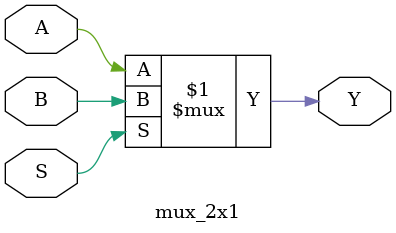
<source format=v>
module mux_2x1(
    input A, B, S,
    output Y
);
    assign Y = (S) ? B : A;  // If S=0, Y=A; if S=1, Y=B
endmodule

</source>
